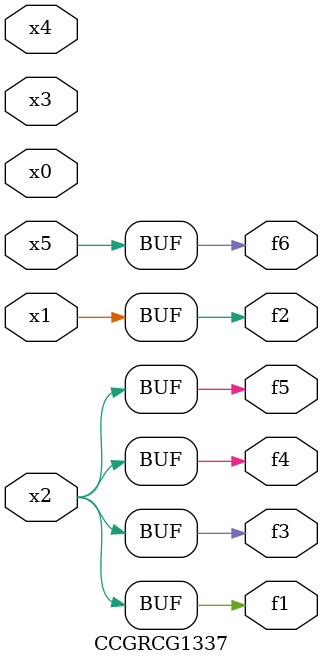
<source format=v>
module CCGRCG1337(
	input x0, x1, x2, x3, x4, x5,
	output f1, f2, f3, f4, f5, f6
);
	assign f1 = x2;
	assign f2 = x1;
	assign f3 = x2;
	assign f4 = x2;
	assign f5 = x2;
	assign f6 = x5;
endmodule

</source>
